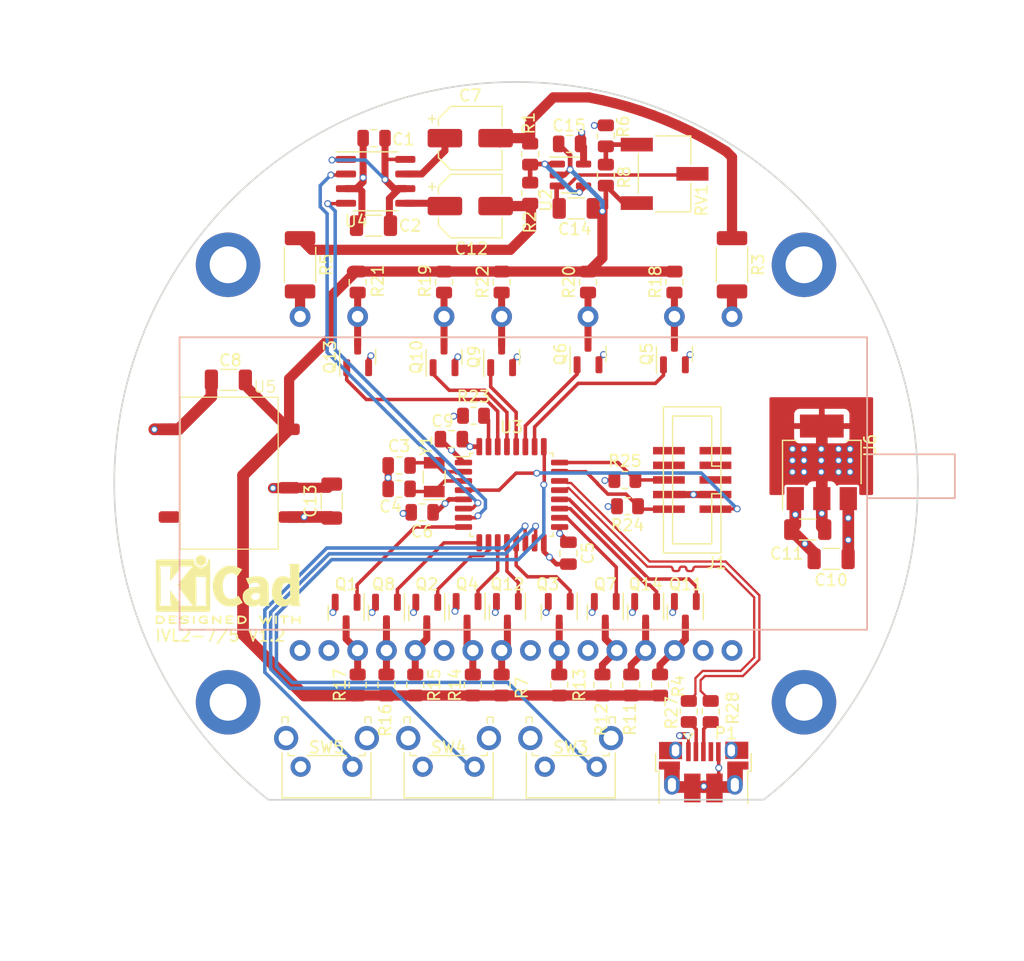
<source format=kicad_pcb>
(kicad_pcb (version 20221018) (generator pcbnew)
  (layers (0 "F.Cu" signal) (1 "In1.Cu" signal) (2 "In2.Cu" signal) (31 "B.Cu" signal) (34 "B.Paste" user) (35 "F.Paste" user) (36 "B.SilkS" user "B.Silkscreen") (37 "F.SilkS" user "F.Silkscreen") (38 "B.Mask" user) (39 "F.Mask" user) (44 "Edge.Cuts" user))
  (net 0 "")
  (net 1 "GND")
  (net 2 "+5V")
  (net 3 "-24V")
  (net 4 "/GATE_4")
  (net 5 "/GATE_3")
  (net 6 "/GATE_2")
  (net 7 "/GATE_1")
  (net 10 "/SEG_A")
  (net 11 "/SEG_F")
  (net 12 "/SEG_B")
  (net 14 "/SEG_D")
  (net 16 "/SEG_C")
  (net 18 "/SEG_E")
  (net 19 "/SEG_G")
  (net 22 "/LL_SEG_A")
  (net 23 "/LL_SEG_B")
  (net 24 "/LL_SEG_C")
  (net 25 "/LL_SEG_D")
  (net 26 "/LL_SEG_E")
  (net 27 "/LL_SEG_F")
  (net 28 "/LL_SEG_DP1")
  (net 29 "/SEG_DP1")
  (net 30 "/LL_SEG_DP2")
  (net 31 "/SEG_DP2")
  (net 32 "/LL_GATE_1")
  (net 33 "/LL_GATE_2")
  (net 34 "/LL_GATE_3")
  (net 35 "/LL_GATE_4")
  (net 36 "/LL_GATE_5")
  (net 37 "/GATE_5")
  (net 38 "Net-(U3-PC14)")
  (net 39 "Net-(U3-PC15)")
  (net 40 "ARM_NRST")
  (net 41 "ARM_SWDIO")
  (net 43 "ARM_SWCLK")
  (net 48 "Net-(P1-D-)")
  (net 49 "Net-(P1-D+)")
  (net 51 "Net-(U3-BOOT0)")
  (net 52 "+3V3")
  (net 53 "USB_D-")
  (net 54 "USB_D+")
  (net 55 "/LL_SEG_G")
  (net 56 "FIL2")
  (net 57 "FIL1")
  (net 58 "FILDRV1")
  (net 59 "FILDRV2")
  (net 60 "SW2")
  (net 61 "SW1")
  (net 62 "Net-(U4-OUTA)")
  (net 63 "Net-(U4-OUTB)")
  (net 64 "Net-(C12-Pad2)")
  (net 65 "SW3")
  (net 66 "Net-(C7-Pad2)")
  (net 67 "Net-(U2-+)")
  (net 68 "Net-(U2--)")
  (net 69 "Net-(R6-Pad1)")
  (footprint "Capacitor_SMD:C_0805_2012Metric" (layer "F.Cu") (at 176.675 41 180)
    (fp_text reference "C1")
    (fp_text value "100n")
  )
  (footprint "Resistor_SMD:R_0805_2012Metric" (layer "F.Cu") (at 204 90.8 -90)
    (fp_text reference "R27")
    (fp_text value "22")
  )
  (footprint "Resistor_SMD:R_0805_2012Metric" (layer "F.Cu") (at 175.25 53.5 90)
    (fp_text reference "R21")
    (fp_text value "47k")
  )
  (footprint "Capacitor_SMD:CP_Elec_5x5.4" (layer "F.Cu") (at 185.025 41)
    (fp_text reference "C7")
    (fp_text value "10µ/50V")
  )
  (footprint "Resistor_SMD:R_0805_2012Metric" (layer "F.Cu") (at 190.225 42.3875 90)
    (fp_text reference "R1")
    (fp_text value "1k")
  )
  (footprint "myfootprints:PinHeader_IDC_2x05_P1.27mm_Vertical_SMD" (layer "F.Cu") (at 204.2922 70.6882 180)
    (fp_text reference "J1")
    (fp_text value "SWD")
  )
  (footprint "Button_Switch_THT:SW_Tactile_SPST_Angled_PTS645Vx83-2LFS" (layer "F.Cu") (at 196 95.6 180)
    (fp_text reference "SW3")
    (fp_text value "SW_SPST")
  )
  (footprint "Package_TO_SOT_SMD:SOT-23" (layer "F.Cu") (at 192.75 82.1875 -90)
    (fp_text reference "Q3")
    (fp_text value "BSS84")
  )
  (footprint "Package_TO_SOT_SMD:SOT-23" (layer "F.Cu") (at 203.7 82.1875 -90)
    (fp_text reference "Q11")
    (fp_text value "BSS84")
  )
  (footprint "Package_TO_SOT_SMD:SOT-23" (layer "F.Cu") (at 175.25 60 90)
    (fp_text reference "Q13")
    (fp_text value "BSS84")
  )
  (footprint "Capacitor_SMD:C_0805_2012Metric" (layer "F.Cu") (at 180.85 73.5 180)
    (fp_text reference "C6")
    (fp_text value "100n")
  )
  (footprint "Crystal:Crystal_SMD_EuroQuartz_EQ161-2Pin_3.2x1.5mm" (layer "F.Cu") (at 181.898 70.446 90)
    (fp_text reference "Y1")
    (fp_text value "Crystal")
  )
  (footprint "Resistor_SMD:R_0805_2012Metric" (layer "F.Cu") (at 201.5 88.5 -90)
    (fp_text reference "R4")
    (fp_text value "47k")
  )
  (footprint "Capacitor_SMD:C_1206_3216Metric" (layer "F.Cu") (at 176.625 48.6)
    (fp_text reference "C2")
    (fp_text value "10µF/50V")
  )
  (footprint "MountingHole:MountingHole_3.2mm_M3_DIN965_Pad" (layer "F.Cu") (at 164 52)
    (fp_text reference "REF**" hide)
    (fp_text value "MountingHole_3.2mm_M3_DIN965_Pad")
  )
  (footprint "Package_TO_SOT_SMD:SOT-23" (layer "F.Cu") (at 188.25 82.1875 -90)
    (fp_text reference "Q12")
    (fp_text value "BSS84")
  )
  (footprint "Capacitor_SMD:C_0805_2012Metric" (layer "F.Cu") (at 183.388 67.144)
    (fp_text reference "C9")
    (fp_text value "100n")
  )
  (footprint "MountingHole:MountingHole_3.2mm_M3_DIN965_Pad" (layer "F.Cu") (at 214 90)
    (fp_text reference "REF**" hide)
    (fp_text value "MountingHole_3.2mm_M3_DIN965_Pad")
  )
  (footprint "Package_TO_SOT_SMD:SOT-23-5" (layer "F.Cu") (at 193.725 44.2)
    (fp_text reference "U2")
    (fp_text value "TLV9301xDBV")
  )
  (footprint "myfootprints:IES0105S24-dcdc" (layer "F.Cu") (at 164.1 70.1 90)
    (fp_text reference "U5")
    (fp_text value "IES0105S24" hide)
  )
  (footprint "Package_TO_SOT_SMD:SOT-223-3_TabPin2" (layer "F.Cu") (at 215.546 69.158 90)
    (fp_text reference "U6")
    (fp_text value "LM1117MP-3.3")
  )
  (footprint "Resistor_SMD:R_0805_2012Metric" (layer "F.Cu") (at 187.75 53.5 90)
    (fp_text reference "R22")
    (fp_text value "47k")
  )
  (footprint "Package_SO:SO-8_3.9x4.9mm_P1.27mm" (layer "F.Cu") (at 176.8125 44.75)
    (fp_text reference "U4")
    (fp_text value "2EDN7524F")
  )
  (footprint "Resistor_SMD:R_2010_5025Metric" (layer "F.Cu") (at 207.75 52 -90)
    (fp_text reference "R3")
    (fp_text value "15R")
  )
  (footprint "Resistor_SMD:R_0805_2012Metric" (layer "F.Cu") (at 180.25 88.5 -90)
    (fp_text reference "R15")
    (fp_text value "47k")
  )
  (footprint "Resistor_SMD:R_0805_2012Metric" (layer "F.Cu") (at 190.225 45.775 90)
    (fp_text reference "R2")
    (fp_text value "1k")
  )
  (footprint "Resistor_SMD:R_0805_2012Metric" (layer "F.Cu") (at 185.25 88.5 -90)
    (fp_text reference "R14")
    (fp_text value "47k")
  )
  (footprint "Button_Switch_THT:SW_Tactile_SPST_Angled_PTS645Vx83-2LFS" (layer "F.Cu") (at 174.8 95.6 180)
    (fp_text reference "SW5")
    (fp_text value "SW_SPST")
  )
  (footprint "Package_TO_SOT_SMD:SOT-23" (layer "F.Cu") (at 196.75 82.1875 -90)
    (fp_text reference "Q7")
    (fp_text value "BSS84")
  )
  (footprint "Package_TO_SOT_SMD:SOT-23" (layer "F.Cu") (at 177.75 82.25 -90)
    (fp_text reference "Q8")
    (fp_text value "BSS84")
  )
  (footprint "Connector_USB:USB_Micro-B_Amphenol_10103594-0001LF_Horizontal" (layer "F.Cu") (at 205.29 96.06)
    (fp_text reference "P1")
    (fp_text value "MYUSB_B")
  )
  (footprint "Symbol:KiCad-Logo2_5mm_SilkScreen" (layer "F.Cu") (at 164 80.2)
    (fp_text reference "REF**" hide)
    (fp_text value "KiCad-Logo2_5mm_SilkScreen" hide)
  )
  (footprint "Resistor_SMD:R_0805_2012Metric" (layer "F.Cu") (at 198.6807 72.9742 180)
    (fp_text reference "R24")
    (fp_text value "10k")
  )
  (footprint "Capacitor_SMD:C_0805_2012Metric" (layer "F.Cu") (at 193.548 77.05 -90)
    (fp_text reference "C5")
    (fp_text value "100n")
  )
  (footprint "Package_TO_SOT_SMD:SOT-23" (layer "F.Cu") (at 181.25 82.25 -90)
    (fp_text reference "Q2")
    (fp_text value "BSS84")
  )
  (footprint "Resistor_SMD:R_0805_2012Metric" (layer "F.Cu") (at 199 88.5 -90)
    (fp_text reference "R11")
    (fp_text value "47k")
  )
  (footprint "Resistor_SMD:R_0805_2012Metric" (layer "F.Cu") (at 195.25 53.5 90)
    (fp_text reference "R20")
    (fp_text value "47k")
  )
  (footprint "Capacitor_SMD:C_1206_3216Metric" (layer "F.Cu") (at 173 72.525 90)
    (fp_text reference "C13")
    (fp_text value "10µF/50V")
  )
  (footprint "Resistor_SMD:R_0805_2012Metric" (layer "F.Cu") (at 185.309 65.112)
    (fp_text reference "R23")
    (fp_text value "100k")
  )
  (footprint "Capacitor_SMD:CP_Elec_5x5.4" (layer "F.Cu") (at 185.025 46.9)
    (fp_text reference "C12")
    (fp_text value "10µ/50V")
  )
  (footprint "Resistor_SMD:R_0805_2012Metric" (layer "F.Cu") (at 175.25 88.5 -90)
    (fp_text reference "R17")
    (fp_text value "47k")
  )
  (footprint "Resistor_SMD:R_0805_2012Metric" (layer "F.Cu") (at 192.75 88.5 -90)
    (fp_text reference "R13")
    (fp_text value "47k")
  )
  (footprint "Capacitor_SMD:C_0805_2012Metric" (layer "F.Cu") (at 178.85 71.462)
    (fp_text reference "C4")
    (fp_text value "6pF")
  )
  (footprint "Capacitor_SMD:C_1206_3216Metric" (layer "F.Cu") (at 164.025 62 180)
    (fp_text reference "C8")
    (fp_text value "10µF/50V")
  )
  (footprint "Resistor_SMD:R_0805_2012Metric" (layer "F.Cu") (at 196.8 44.2125 90)
    (fp_text reference "R8")
    (fp_text value "x")
  )
  (footprint "Capacitor_SMD:C_0805_2012Metric" (layer "F.Cu") (at 193.65 41.5 180)
    (fp_text reference "C15")
    (fp_text value "100n")
  )
  (footprint "Resistor_SMD:R_2010_5025Metric" (layer "F.Cu") (at 170.25 52 -90)
    (fp_text reference "R5")
    (fp_text value "15R")
  )
  (footprint "Package_TO_SOT_SMD:SOT-23" (layer "F.Cu") (at 202.75 59.75 90)
    (fp_text reference "Q5")
    (fp_text value "BSS84")
  )
  (footprint "Resistor_SMD:R_0805_2012Metric" (layer "F.Cu") (at 205.9 90.8 -90)
    (fp_text reference "R28")
    (fp_text value "22")
  )
  (footprint "Resistor_SMD:R_0805_2012Metric" (layer "F.Cu") (at 187.75 88.5 -90)
    (fp_text reference "R7")
    (fp_text value "47k")
  )
  (footprint "Resistor_SMD:R_0805_2012Metric" (layer "F.Cu") (at 198.4502 70.6882)
    (fp_text reference "R25")
    (fp_text value "10k")
  )
  (footprint "Package_TO_SOT_SMD:SOT-23" (layer "F.Cu") (at 184.75 82.1875 -90)
    (fp_text reference "Q4")
    (fp_text value "BSS84")
  )
  (footprint "Package_QFP:LQFP-32_7x7mm_P0.8mm" (layer "F.Cu") (at 188.611 71.976)
    (fp_text reference "U3")
    (fp_text value "STM32L052K6Tx")
  )
  (footprint "Capacitor_SMD:C_0805_2012Metric" (layer "F.Cu") (at 178.85 69.43)
    (fp_text reference "C3")
    (fp_text value "6pF")
  )
  (footprint "Package_TO_SOT_SMD:SOT-23" (layer "F.Cu") (at 200.25 82.1875 -90)
    (fp_text reference "Q14")
    (fp_text value "BSS84")
  )
  (footprint "Resistor_SMD:R_0805_2012Metric" (layer "F.Cu") (at 196.5 88.5 -90)
    (fp_text reference "R12")
    (fp_text value "47k")
  )
  (footprint "Resistor_SMD:R_0805_2012Metric" (layer "F.Cu") (at 182.75 53.5 90)
    (fp_text reference "R19")
    (fp_text value "47k")
  )
  (footprint "Button_Switch_THT:SW_Tactile_SPST_Angled_PTS645Vx83-2LFS" (layer "F.Cu") (at 185.4 95.6 180)
    (fp_text reference "SW4")
    (fp_text value "SW_SPST")
  )
  (footprint "MountingHole:MountingHole_3.2mm_M3_DIN965_Pad" (layer "F.Cu") (at 214 52)
    (fp_text reference "REF**" hide)
    (fp_text value "MountingHole_3.2mm_M3_DIN965_Pad")
  )
  (footprint "Package_TO_SOT_SMD:SOT-23" (layer "F.Cu") (at 174.25 82.25 -90)
    (fp_text reference "Q1")
    (fp_text value "BSS84")
  )
  (footprint "Package_TO_SOT_SMD:SOT-23" (layer "F.Cu") (at 195.25 59.75 90)
    (fp_text reference "Q6")
    (fp_text value "BSS84")
  )
  (footprint "Package_TO_SOT_SMD:SOT-23" (layer "F.Cu") (at 182.75 60 90)
    (fp_text reference "Q10")
    (fp_text value "BSS84")
  )
  (footprint "Resistor_SMD:R_0805_2012Metric" (layer "F.Cu") (at 196.8 40.8 90)
    (fp_text reference "R6")
    (fp_text value "36k")
  )
  (footprint "Package_TO_SOT_SMD:SOT-23" (layer "F.Cu") (at 187.75 60 90)
    (fp_text reference "Q9")
    (fp_text value "BSS84")
  )
  (footprint "Resistor_SMD:R_0805_2012Metric" (layer "F.Cu") (at 177.75 88.5 -90)
    (fp_text reference "R16")
    (fp_text value "47k")
  )
  (footprint "Potentiometer_SMD:Potentiometer_Bourns_3269W_Vertical" (layer "F.Cu") (at 201.9 44.1 90)
    (fp_text reference "RV1")
    (fp_text value "10k")
  )
  (footprint "Capacitor_SMD:C_1206_3216Metric" (layer "F.Cu") (at 216.357 77.54 180)
    (fp_text reference "C10")
    (fp_text value "10µF/50V")
  )
  (footprint "Capacitor_SMD:C_1206_3216Metric" (layer "F.Cu") (at 214.325 75 180)
    (fp_text reference "C11")
    (fp_text value "10µF/50V")
  )
  (footprint "Resistor_SMD:R_0805_2012Metric" (layer "F.Cu") (at 202.75 53.5 90)
    (fp_text reference "R18")
    (fp_text value "47k")
  )
  (footprint "Capacitor_SMD:C_1206_3216Metric" (layer "F.Cu") (at 194.225 47.1)
    (fp_text reference "C14")
    (fp_text value "1µ/50V")
  )
  (footprint "MountingHole:MountingHole_3.2mm_M3_DIN965_Pad" (layer "F.Cu") (at 164 90)
    (fp_text reference "REF**" hide)
    (fp_text value "MountingHole_3.2mm_M3_DIN965_Pad")
  )
  (footprint "myfootprints:ILV2-5_7" (layer "B.Cu") (at 189 71 180)
    (fp_text reference "U1" hide)
    (fp_text value "IVL2-7_5" hide)
  )
  (gr_arc locked (start 167.509629 98.471211) (mid 188.992421 36.12159) (end 210.502311 98.461866) (stroke (width 0.15)) (layer "Edge.Cuts"))
  (gr_line (start 210.502311 98.461866) (end 167.509629 98.471211) (stroke (width 0.15)) (layer "Edge.Cuts"))
  (gr_text "IVL2-7/5 V1.2" (at 157.6 84.8) (layer "F.SilkS") (effects (font (size 1 1)) (justify left bottom)))
  (segment (start 214.882 77.54) (end 214.882 77.032) (width 1.016) (layer "F.Cu") (net 1))
  (segment (start 185.811 67.801) (end 184.995 67.801) (width 0.4064) (layer "F.Cu") (net 1))
  (segment (start 207.54 97.36) (end 206.44 97.36) (width 1.016) (layer "F.Cu") (net 1))
  (segment (start 206.59 95.71) (end 206.59 97.21) (width 0.3048) (layer "F.Cu") (net 1))
  (segment (start 203 97.3) (end 202.94 97.36) (width 1.016) (layer "F.Cu") (net 1))
  (segment (start 213.246 72.308) (end 213.246 74.604) (width 1.016) (layer "F.Cu") (net 1))
  (segment (start 205.36 97.36) (end 205.3 97.3) (width 1.016) (layer "F.Cu") (net 1))
  (segment (start 184.3965 65.112) (end 183.632272 65.112) (width 0.3048) (layer "F.Cu") (net 1))
  (segment (start 172.9 73.9) (end 173 74) (width 1.016) (layer "F.Cu") (net 1))
  (segment (start 175.725 44.8) (end 175.725 44.428527) (width 0.6096) (layer "F.Cu") (net 1))
  (segment (start 207.6 97.3) (end 207.54 97.36) (width 1.016) (layer "F.Cu") (net 1))
  (segment (start 157.61 66.29) (end 157.6 66.3) (width 1.016) (layer "F.Cu") (net 1))
  (segment (start 194.8625 41.7625) (end 194.6 41.5) (width 0.6096) (layer "F.Cu") (net 1))
  (segment (start 179.9 73.5) (end 179.3 73.5) (width 0.4064) (layer "F.Cu") (net 1))
  (segment (start 206.44 97.36) (end 205.36 97.36) (width 1.016) (layer "F.Cu") (net 1))
  (segment (start 206.6 95.7) (end 206.59 95.71) (width 0.3048) (layer "F.Cu") (net 1))
  (segment (start 194.6 41.5) (end 194.7 41.4) (width 0.6096) (layer "F.Cu") (net 1))
  (segment (start 195.8125 39.8875) (end 195.8 39.9) (width 0.4064) (layer "F.Cu") (net 1))
  (segment (start 175.725 41) (end 175.725 44.428527) (width 0.6096) (layer "F.Cu") (net 1))
  (segment (start 184.995 67.801) (end 184.338 67.144) (width 0.4064) (layer "F.Cu") (net 1))
  (segment (start 177.9 70.5) (end 177.9 71.462) (width 0.6096) (layer "F.Cu") (net 1))
  (segment (start 179.3 73.5) (end 179.2 73.6) (width 0.4064) (layer "F.Cu") (net 1))
  (segment (start 207.66 97.36) (end 207.6 97.3) (width 1.016) (layer "F.Cu") (net 1))
  (segment (start 169.3 73.91) (end 170.59 73.91) (width 1.016) (layer "F.Cu") (net 1))
  (segment (start 175.6173 48.1327) (end 175.15 48.6) (width 0.6096) (layer "F.Cu") (net 1))
  (segment (start 206.59 94.51) (end 206.59 95.69) (width 0.3048) (layer "F.Cu") (net 1))
  (segment (start 196.8 39.8875) (end 195.8125 39.8875) (width 0.4064) (layer "F.Cu") (net 1))
  (segment (start 205.3 97.3) (end 205.24 97.36) (width 1.016) (layer "F.Cu") (net 1))
  (segment (start 191.411 76.151) (end 191.411 76.911) (width 0.4064) (layer "F.Cu") (net 1))
  (segment (start 175.385 45.385) (end 175.6173 45.6173) (width 0.6096) (layer "F.Cu") (net 1))
  (segment (start 158.9 66.29) (end 159.71 66.29) (width 1.016) (layer "F.Cu") (net 1))
  (segment (start 175.14 45.385) (end 175.385 45.385) (width 0.6096) (layer "F.Cu") (net 1))
  (segment (start 206.3122 71.9582) (end 202.2722 71.9582) (width 0.6096) (layer "F.Cu") (net 1))
  (segment (start 194.7 41.4) (end 194.7 40.499992) (width 0.6096) (layer "F.Cu") (net 1))
  (segment (start 196.767541 70.6882) (end 196.717058 70.738683) (width 0.3048) (layer "F.Cu") (net 1))
  (segment (start 162.55 63.45) (end 162.55 62) (width 1.016) (layer "F.Cu") (net 1))
  (segment (start 213.246 74.604) (end 212.85 75) (width 1.016) (layer "F.Cu") (net 1))
  (segment (start 214.882 77.032) (end 212.85 75) (width 1.016) (layer "F.Cu") (net 1))
  (segment (start 205.24 97.36) (end 204.14 97.36) (width 1.016) (layer "F.Cu") (net 1))
  (segment (start 175.6173 45.6173) (end 175.6173 48.1327) (width 0.6096) (layer "F.Cu") (net 1))
  (segment (start 204.14 97.36) (end 203.06 97.36) (width 1.016) (layer "F.Cu") (net 1))
  (segment (start 206.59 95.69) (end 206.6 95.7) (width 0.3048) (layer "F.Cu") (net 1))
  (segment (start 197.5377 70.6882) (end 196.767541 70.6882) (width 0.3048) (layer "F.Cu") (net 1))
  (segment (start 191.411 76.911) (end 192.5 78) (width 0.4064) (layer "F.Cu") (net 1))
  (segment (start 206.59 97.21) (end 206.44 97.36) (width 0.3048) (layer "F.Cu") (net 1))
  (segment (start 192.5 78) (end 193.548 78) (width 0.4064) (layer "F.Cu") (net 1))
  (segment (start 194.8625 43.25) (end 194.8625 41.7625) (width 0.6096) (layer "F.Cu") (net 1))
  (segment (start 177.9 69.43) (end 177.9 70.5) (width 0.6096) (layer "F.Cu") (net 1))
  (segment (start 175.14 45.385) (end 175.725 44.8) (width 0.6096) (layer "F.Cu") (net 1))
  (segment (start 174.2375 45.385) (end 175.14 45.385) (width 0.6096) (layer "F.Cu") (net 1))
  (segment (start 183.632272 65.112) (end 183.5976 65.146672) (width 0.3048) (layer "F.Cu") (net 1))
  (segment (start 159.71 66.29) (end 162.55 63.45) (width 1.016) (layer "F.Cu") (net 1))
  (segment (start 158.9 66.29) (end 157.61 66.29) (width 1.016) (layer "F.Cu") (net 1))
  (segment (start 170.6 73.9) (end 172.9 73.9) (width 1.016) (layer "F.Cu") (net 1))
  (segment (start 170.59 73.91) (end 170.6 73.9) (width 1.016) (layer "F.Cu") (net 1))
  (segment (start 203.06 97.36) (end 203 97.3) (width 1.016) (layer "F.Cu") (net 1))
  (via (at 214.075 76.225) (size 0.6) (drill 0.4) (layers "F.Cu" "B.Cu") (net 1))
  (via (at 191.9 77.4) (size 0.6) (drill 0.4) (layers "F.Cu" "B.Cu") (net 1))
  (via (at 194.7 40.499992) (size 0.6) (drill 0.4) (layers "F.Cu" "B.Cu") (net 1))
  (via (at 170.6 73.9) (size 0.6) (drill 0.4) (layers "F.Cu" "B.Cu") (net 1))
  (via (at 183.5976 65.146672) (size 0.6) (drill 0.4) (layers "F.Cu" "B.Cu") (net 1))
  (via (at 184.995 67.801) (size 0.6) (drill 0.4) (layers "F.Cu" "B.Cu") (net 1))
  (via (at 206.6 95.7) (size 0.6) (drill 0.4) (layers "F.Cu" "B.Cu") (net 1))
  (via (at 179.2 73.6) (size 0.6) (drill 0.4) (layers "F.Cu" "B.Cu") (net 1))
  (via (at 157.6 66.3) (size 0.6) (drill 0.4) (layers "F.Cu" "B.Cu") (net 1))
  (via (at 205.3 97.3) (size 0.6) (drill 0.4) (layers "F.Cu" "B.Cu") (net 1))
  (via (at 175.725 44.428527) (size 0.6) (drill 0.4) (layers "F.Cu" "B.Cu") (net 1))
  (via (at 195.8 39.9) (size 0.6) (drill 0.4) (layers "F.Cu" "B.Cu") (net 1))
  (via (at 204.4 71.9582) (size 0.6) (drill 0.4) (layers "F.Cu" "B.Cu") (net 1))
  (via (at 196.717058 70.738683) (size 0.6) (drill 0.4) (layers "F.Cu" "B.Cu") (net 1))
  (via (at 177.9 70.5) (size 0.6) (drill 0.4) (layers "F.Cu" "B.Cu") (net 1))
  (via (at 213.246 73.7) (size 0.6) (drill 0.4) (layers "F.Cu" "B.Cu") (net 1))
  (segment (start 178.409988 45.385) (end 177.625 44.600012) (width 0.6096) (layer "F.Cu") (net 2))
  (segment (start 177.78 42.845) (end 177.625 43) (width 0.3048) (layer "F.Cu") (net 2))
  (segment (start 173.08 42.845) (end 173.025 42.9) (width 0.3048) (layer "F.Cu") (net 2))
  (segment (start 178.0077 48.5077) (end 178.1 48.6) (width 0.6096) (layer "F.Cu") (net 2))
  (segment (start 169.27 71.4) (end 167.899996 71.4) (width 0.889) (layer "F.Cu") (net 2))
  (segment (start 217.846 72.308) (end 217.846 77.526) (width 1.016) (layer "F.Cu") (net 2))
  (segment (start 172.68 71.37) (end 173 71.05) (width 0.889) (layer "F.Cu") (net 2))
  (segment (start 179.3875 42.845) (end 177.78 42.845) (width 0.3048) (layer "F.Cu") (net 2))
  (segment (start 179.3875 45.385) (end 178.856473 45.385) (width 0.6096) (layer "F.Cu") (net 2))
  (segment (start 177.625 43) (end 177.625 41) (width 0.6096) (layer "F.Cu") (net 2))
  (segment (start 178.856473 45.385) (end 178.0077 46.233773) (width 0.6096) (layer "F.Cu") (net 2))
  (segment (start 178.0077 46.233773) (end 178.0077 48.5077) (width 0.6096) (layer "F.Cu") (net 2))
  (segment (start 169.3 71.37) (end 169.27 71.4) (width 0.889) (layer "F.Cu") (net 2))
  (segment (start 217.846 77.526) (end 217.832 77.54) (width 1.016) (layer "F.Cu") (net 2))
  (segment (start 169.3 71.37) (end 172.68 71.37) (width 0.889) (layer "F.Cu") (net 2))
  (segment (start 177.625 43) (end 177.625 44.600012) (width 0.6096) (layer "F.Cu") (net 2))
  (segment (start 203.9 92.9) (end 203.2 92.9) (width 0.6096) (layer "F.Cu") (net 2))
  (segment (start 203.965 92.965) (end 203.9 92.9) (width 0.25) (layer "F.Cu") (net 2))
  (segment (start 179.3875 45.385) (end 178.409988 45.385) (width 0.6096) (layer "F.Cu") (net 2))
  (segment (start 174.2375 42.845) (end 173.08 42.845) (width 0.3048) (layer "F.Cu") (net 2))
  (segment (start 203.965 94.295) (end 203.965 92.965) (width 0.25) (layer "F.Cu") (net 2))
  (via (at 177.625 44.600012) (size 0.6) (drill 0.4) (layers "F.Cu" "B.Cu") (net 2))
  (via (at 203.9 92.9) (size 0.6) (drill 0.4) (layers "F.Cu" "B.Cu") (net 2))
  (via (at 173.025 42.9) (size 0.6) (drill 0.4) (layers "F.Cu" "B.Cu") (net 2))
  (via (at 167.899996 71.4) (size 0.6) (drill 0.4) (layers "F.Cu" "B.Cu") (net 2))
  (via (at 217.846 74) (size 0.6) (drill 0.4) (layers "F.Cu" "B.Cu") (net 2))
  (via (at 203.2 92.9) (size 0.6) (drill 0.4) (layers "F.Cu" "B.Cu") (net 2))
  (via (at 217.846 75.9) (size 0.6) (drill 0.4) (layers "F.Cu" "B.Cu") (net 2))
  (segment (start 173.025 42.9) (end 175.924988 42.9) (width 0.3048) (layer "B.Cu") (net 2))
  (segment (start 175.924988 42.9) (end 177.625 44.600012) (width 0.3048) (layer "B.Cu") (net 2))
  (segment (start 195.94 47.34) (end 195.7 47.1) (width 0.4064) (layer "F.Cu") (net 3))
  (segment (start 175.25 52.5875) (end 182.75 52.5875) (width 0.889) (layer "F.Cu") (net 3))
  (segment (start 177.75 89.4125) (end 175.25 89.4125) (width 0.889) (layer "F.Cu") (net 3))
  (segment (start 201.5 89.4125) (end 199 89.4125) (width 0.889) (layer "F.Cu") (net 3))
  (segment (start 198.315 46.64) (end 196.8 45.125) (width 0.4064) (layer "F.Cu") (net 3))
  (segment (start 187.75 89.4125) (end 185.25 89.4125) (width 0.889) (layer "F.Cu") (net 3))
  (segment (start 193.6968 43.729143) (end 193.6968 42.4968) (width 0.4064) (layer "F.Cu") (net 3))
  (segment (start 185.25 89.4125) (end 180.25 89.4125) (width 0.889) (layer "F.Cu") (net 3))
  (segment (start 192.75 89.4125) (end 187.75 89.4125) (width 0.889) (layer "F.Cu") (net 3))
  (segment (start 169.3 61.9) (end 169.3 66.29) (width 0.889) (layer "F.Cu") (net 3))
  (segment (start 196.8 45.125) (end 196.8 47.04) (width 0.4064) (layer "F.Cu") (net 3))
  (segment (start 195.25 52.5875) (end 202.75 52.5875) (width 0.889) (layer "F.Cu") (net 3))
  (segment (start 193.225943 44.2) (end 193.6968 43.729143) (width 0.4064) (layer "F.Cu") (net 3))
  (segment (start 165.5 62) (end 165.5 62.49) (width 0.889) (layer "F.Cu") (net 3))
  (segment (start 172.9 54.784986) (end 172.9 58.3) (width 0.889) (layer "F.Cu") (net 3))
  (segment (start 199 89.4125) (end 196.5 89.4125) (width 0.889) (layer "F.Cu") (net 3))
  (segment (start 202.7 52.5375) (end 202.75 52.5875) (width 0.889) (layer "F.Cu") (net 3))
  (segment (start 165.3 70.29) (end 169.3 66.29) (width 1.016) (layer "F.Cu") (net 3))
  (segment (start 165.3 84.1) (end 165.3 70.29) (width 1.016) (layer "F.Cu") (net 3))
  (segment (start 196.5 47.34) (end 195.94 47.34) (width 0.4064) (layer "F.Cu") (net 3))
  (segment (start 180.25 89.4125) (end 177.75 89.4125) (width 0.889) (layer "F.Cu") (net 3))
  (segment (start 175.25 89.4125) (end 170.6125 89.4125) (width 1.016) (layer "F.Cu") (net 3))
  (segment (start 187.75 52.5875) (end 195.25 52.5875) (width 0.889) (layer "F.Cu") (net 3))
  (segment (start 192.5875 44.2) (end 193.225943 44.2) (width 0.4064) (layer "F.Cu") (net 3))
  (segment (start 195.3125 52.5875) (end 196.5 51.4) (width 0.889) (layer "F.Cu") (net 3))
  (segment (start 195.25 52.5875) (end 195.3125 52.5875) (width 0.889) (layer "F.Cu") (net 3))
  (segment (start 175.097486 52.5875) (end 172.9 54.784986) (width 0.889) (layer "F.Cu") (net 3))
  (segment (start 182.75 52.5875) (end 187.75 52.5875) (width 0.889) (layer "F.Cu") (net 3))
  (segment (start 170.6125 89.4125) (end 165.3 84.1) (width 1.016) (layer "F.Cu") (net 3))
  (segment (start 172.9 58.3) (end 169.3 61.9) (width 0.889) (layer "F.Cu") (net 3))
  (segment (start 165.5 62.49) (end 169.3 66.29) (width 0.889) (layer "F.Cu") (net 3))
  (segment (start 174.8125 52.5875) (end 175.25 52.5875) (width 1.016) (layer "F.Cu") (net 3))
  (segment (start 199.485 46.64) (end 198.315 46.64) (width 0.4064) (layer "F.Cu") (net 3))
  (segment (start 202.8 52.5375) (end 202.75 52.5875) (width 0.889) (layer "F.Cu") (net 3))
  (segment (start 196.8 47.04) (end 196.5 47.34) (width 0.4064) (layer "F.Cu") (net 3))
  (segment (start 175.25 52.5875) (end 175.097486 52.5875) (width 0.889) (layer "F.Cu") (net 3))
  (segment (start 196.5 89.4125) (end 192.75 89.4125) (width 0.889) (layer "F.Cu") (net 3))
  (segment (start 193.6968 42.4968) (end 192.7 41.5) (width 0.4064) (layer "F.Cu") (net 3))
  (segment (start 196.5 51.4) (end 196.5 47.34) (width 0.889) (layer "F.Cu") (net 3))
  (via (at 193.6968 43.729143) (size 0.6) (drill 0.4) (layers "F.Cu" "B.Cu") (net 3))
  (via (at 196.5 47.34) (size 0.6) (drill 0.4) (layers "F.Cu" "B.Cu") (net 3))
  (segment (start 193.729143 43.729143) (end 196.5 46.5) (width 0.4064) (layer "B.Cu") (net 3))
  (segment (start 193.6968 43.729143) (end 193.729143 43.729143) (width 0.4064) (layer "B.Cu") (net 3))
  (segment (start 196.5 46.5) (end 196.5 47.34) (width 0.4064) (layer "B.Cu") (net 3))
  (segment (start 182.75 54.4125) (end 182.75 56.5) (width 0.6096) (layer "F.Cu") (net 4))
  (segment (start 182.75 59.0625) (end 182.75 56.5) (width 0.6096) (layer "F.Cu") (net 4))
  (segment (start 187.75 54.4125) (end 187.75 56.5) (width 0.6096) (layer "F.Cu") (net 5))
  (segment (start 187.75 59.0625) (end 187.75 56.5) (width 0.6096) (layer "F.Cu") (net 5))
  (segment (start 195.25 58.8125) (end 195.25 56.5) (width 0.6096) (layer "F.Cu") (net 6))
  (segment (start 195.25 54.4125) (end 195.25 56.5) (width 0.6096) (layer "F.Cu") (net 6))
  (segment (start 202.75 54.4125) (end 202.75 56.5) (width 0.6096) (layer "F.Cu") (net 7))
  (segment (start 202.75 58.8125) (end 202.75 56.5) (width 0.6096) (layer "F.Cu") (net 7))
  (segment (start 175.25 87.5875) (end 175.25 85.5) (width 0.6096) (layer "F.Cu") (net 10))
  (segment (start 174.25 84.5) (end 175.25 85.5) (width 0.6096) (layer "F.Cu") (net 10))
  (segment (start 174.25 83.1875) (end 174.25 84.5) (width 0.6096) (layer "F.Cu") (net 10))
  (segment (start 177.75 83.1875) (end 177.75 85.5) (width 0.6096) (layer "F.Cu") (net 11))
  (segment (start 177.75 87.5875) (end 177.75 85.5) (width 0.6096) (layer "F.Cu") (net 11))
  (segment (start 181.25 83.1875) (end 181.25 84.5) (width 0.6096) (layer "F.Cu") (net 12))
  (segment (start 180.25 87.5875) (end 180.25 85.5) (width 0.6096) (layer "F.Cu") (net 12))
  (segment (start 181.25 84.5) (end 180.25 85.5) (width 0.6096) (layer "F.Cu") (net 12))
  (segment (start 185.25 87.5875) (end 185.25 85.5) (width 0.6096) (layer "F.Cu") (net 14))
  (segment (start 184.75 85) (end 185.25 85.5) (width 0.6096) (layer "F.Cu") (net 14))
  (segment (start 184.75 83.125) (end 184.75 85) (width 0.6096) (layer "F.Cu") (net 14))
  (segment (start 192.75 83.125) (end 192.75 85.5) (width 0.6096) (layer "F.Cu") (net 16))
  (segment (start 192.75 87.5875) (end 192.75 85.5) (width 0.6096) (layer "F.Cu") (net 16))
  (segment (start 196.75 83.125) (end 196.75 84.5) (width 0.6096) (layer "F.Cu") (net 18))
  (segment (start 196.75 84.5) (end 197.75 85.5) (width 0.6096) (layer "F.Cu") (net 18))
  (segment (start 196.5 86.75) (end 197.75 85.5) (width 0.6096) (layer "F.Cu") (net 18))
  (segment (start 196.5 87.5875) (end 196.5 86.75) (width 0.6096) (layer "F.Cu") (net 18))
  (segment (start 199 86.75) (end 200.25 85.5) (width 0.6096) (layer "F.Cu") (net 19))
  (segment (start 200.25 83.125) (end 200.25 85.5) (width 0.6096) (layer "F.Cu") (net 19))
  (segment (start 199 87.5875) (end 199 86.75) (width 0.6096) (layer "F.Cu") (net 19))
  (segment (start 184.436 74.776) (end 180.224 74.776) (width 0.3048) (layer "F.Cu") (net 22))
  (segment (start 175.2 79.8) (end 175.2 81.3125) (width 0.3048) (layer "F.Cu") (net 22))
  (segment (start 180.224 74.776) (end 175.2 79.8) (width 0.3048) (layer "F.Cu") (net 22))
  (segment (start 185.1466 77.2534) (end 182.2 80.2) (width 0.3048) (layer "F.Cu") (net 23))
  (segment (start 186.611 76.776146) (end 186.133746 77.2534) (width 0.3048) (layer "F.Cu") (net 23))
  (segment (start 186.611 76.151) (end 186.611 76.776146) (width 0.3048) (layer "F.Cu") (net 23))
  (segment (start 186.133746 77.2534) (end 185.1466 77.2534) (width 0.3048) (layer "F.Cu") (net 23))
  (segment (start 182.2 80.2) (end 182.2 81.3125) (width 0.3048) (layer "F.Cu") (net 23))
  (segment (start 189.011 78.111) (end 190 79.1) (width 0.3048) (layer "F.Cu") (net 24))
  (segment (start 190 79.1) (end 192.5 79.1) (width 0.3048) (layer "F.Cu") (net 24))
  (segment (start 193.7 80.3) (end 193.7 81.25) (width 0.3048) (layer "F.Cu") (net 24))
  (segment (start 189.011 76.151) (end 189.011 78.111) (width 0.3048) (layer "F.Cu") (net 24))
  (segment (start 192.5 79.1) (end 193.7 80.3) (width 0.3048) (layer "F.Cu") (net 24))
  (segment (start 187.411 76.151) (end 187.411 78.589) (width 0.3048) (layer "F.Cu") (net 25))
  (segment (start 187.411 78.589) (end 185.7 80.3) (width 0.3048) (layer "F.Cu") (net 25))
  (segment (start 185.7 80.3) (end 185.7 81.25) (width 0.3048) (layer "F.Cu") (net 25))
  (segment (start 192.786 73.976) (end 193.411146 73.976) (width 0.3048) (layer "F.Cu") (net 26))
  (segment (start 197.7 78.264854) (end 197.7 81.25) (width 0.3048) (layer "F.Cu") (net 26))
  (segment (start 193.411146 73.976) (end 197.7 78.264854) (width 0.3048) (layer "F.Cu") (net 26))
  (segment (start 178.7 80.2) (end 178.7 81.3125) (width 0.3048) (layer "F.Cu") (net 27))
  (segment (start 182.749 76.151) (end 178.7 80.2) (width 0.3048) (layer "F.Cu") (net 27))
  (segment (start 185.811 76.151) (end 182.749 76.151) (width 0.3048) (layer "F.Cu") (net 27))
  (segment (start 204 79.3) (end 204.65 79.95) (width 0.3048) (layer "F.Cu") (net 28))
  (segment (start 193.913202 72.6712) (end 193.91321 72.6712) (width 0.3048) (layer "F.Cu") (net 28))
  (segment (start 204.65 79.95) (end 204.65 81.25) (width 0.3048) (layer "F.Cu") (net 28))
  (segment (start 193.91321 72.6712) (end 200.54201 79.3) (width 0.3048) (layer "F.Cu") (net 28))
  (segment (start 193.618002 72.376) (end 193.913202 72.6712) (width 0.3048) (layer "F.Cu") (net 28))
  (segment (start 200.54201 79.3) (end 204 79.3) (width 0.3048) (layer "F.Cu") (net 28))
  (segment (start 192.786 72.376) (end 193.618002 72.376) (width 0.3048) (layer "F.Cu") (net 28))
  (segment (start 201.5 86.75) (end 202.75 85.5) (width 0.6096) (layer "F.Cu") (net 29))
  (segment (start 203.7 84.55) (end 202.75 85.5) (width 0.6096) (layer "F.Cu") (net 29))
  (segment (start 201.5 87.5875) (end 201.5 86.75) (width 0.6096) (layer "F.Cu") (net 29))
  (segment (start 203.7 83.125) (end 203.7 84.55) (width 0.6096) (layer "F.Cu") (net 29))
  (segment (start 188.211 76.151) (end 188.211 78.611) (width 0.3048) (layer "F.Cu") (net 30))
  (segment (start 189.2 79.6) (end 189.2 81.25) (width 0.3048) (layer "F.Cu") (net 30))
  (segment (start 188.211 78.611) (end 189.2 79.6) (width 0.3048) (layer "F.Cu") (net 30))
  (segment (start 187.75 87.5875) (end 187.75 85.5) (width 0.6096) (layer "F.Cu") (net 31))
  (segment (start 188.25 83.125) (end 188.25 85) (width 0.6096) (layer "F.Cu") (net 31))
  (segment (start 188.25 85) (end 187.75 85.5) (width 0.6096) (layer "F.Cu") (net 31))
  (segment (start 201.1 62.3) (end 201.8 61.6) (width 0.3048) (layer "F.Cu") (net 32))
  (segment (start 190.611 67.801) (end 190.611 66.089) (width 0.3048) (layer "F.Cu") (net 32))
  (segment (start 201.8 61.6) (end 201.8 60.6875) (width 0.3048) (layer "F.Cu") (net 32))
  (segment (start 194.4 62.3) (end 201.1 62.3) (width 0.3048) (layer "F.Cu") (net 32))
  (segment (start 190.611 66.089) (end 194.4 62.3) (width 0.3048) (layer "F.Cu") (net 32))
  (segment (start 189.811 67.801) (end 189.811 65.989) (width 0.3048) (layer "F.Cu") (net 33))
  (segment (start 194.3 61.5) (end 194.3 60.6875) (width 0.3048) (layer "F.Cu") (net 33))
  (segment (start 189.811 65.989) (end 194.3 61.5) (width 0.3048) (layer "F.Cu") (net 33))
  (segment (start 186.8 62.6) (end 186.8 60.9375) (width 0.3048) (layer "F.Cu") (net 34))
  (segment (start 189.011 67.801) (end 189.011 64.811) (width 0.3048) (layer "F.Cu") (net 34))
  (segment (start 189.011 64.811) (end 186.8 62.6) (width 0.3048) (layer "F.Cu") (net 34))
  (segment (start 181.8 61.5) (end 181.8 60.9375) (width 0.3048) (layer "F.Cu") (net 35))
  (segment (start 183.2 62.9) (end 181.8 61.5) (width 0.3048) (layer "F.Cu") (net 35))
  (segment (start 188.211 64.823183) (end 186.287817 62.9) (width 0.3048) (layer "F.Cu") (net 35))
  (segment (start 188.211 67.801) (end 188.211 64.823183) (width 0.3048) (layer "F.Cu") (net 35))
  (segment (start 186.287817 62.9) (end 183.2 62.9) (width 0.3048) (layer "F.Cu") (net 35))
  (segment (start 187.411 64.737079) (end 186.373921 63.7) (width 0.3048) (layer "F.Cu") (net 36))
  (segment (start 174.3 62) (end 174.3 60.9375) (width 0.3048) (layer "F.Cu") (net 36))
  (segment (start 187.411 67.801) (end 187.411 64.737079) (width 0.3048) (layer "F.Cu") (net 36))
  (segment (start 186.373921 63.7) (end 176 63.7) (width 0.3048) (layer "F.Cu") (net 36))
  (segment (start 176 63.7) (end 174.3 62) (width 0.3048) (layer "F.Cu") (net 36))
  (segment (start 175.25 59.0625) (end 175.25 56.5) (width 0.6096) (layer "F.Cu") (net 37))
  (segment (start 175.25 54.4125) (end 175.25 56.5) (width 0.6096) (layer "F.Cu") (net 37))
  (segment (start 182.678 69.976) (end 181.898 69.196) (width 0.3048) (layer "F.Cu") (net 38))
  (segment (start 181.898 69.196) (end 180.034 69.196) (width 0.3048) (layer "F.Cu") (net 38))
  (segment (start 180.034 69.196) (end 179.8 69.43) (width 0.3048) (layer "F.Cu") (net 38))
  (segment (start 184.436 69.976) (end 182.678 69.976) (width 0.3048) (layer "F.Cu") (net 38))
  (segment (start 182.818 70.776) (end 181.898 71.696) (width 0.3048) (layer "F.Cu") (net 39))
  (segment (start 184.436 70.776) (end 182.818 70.776) (width 0.3048) (layer "F.Cu") (net 39))
  (segment (start 181.898 71.696) (end 180.034 71.696) (width 0.3048) (layer "F.Cu") (net 39))
  (segment (start 180.034 71.696) (end 179.8 71.462) (width 0.3048) (layer "F.Cu") (net 39))
  (segment (start 188.6 70.5) (end 189 70.1) (width 0.3048) (layer "F.Cu") (net 40))
  (segment (start 208.2 73.2) (end 206.3404 73.2) (width 0.3048) (layer "F.Cu") (net 40))
  (segment (start 206.3404 73.2) (end 206.3122 73.2282) (width 0.3048) (layer "F.Cu") (net 40))
  (segment (start 187.524 71.576) (end 188.6 70.5) (width 0.3048) (layer "F.Cu") (net 40))
  (segment (start 184.436 71.576) (end 187.524 71.576) (width 0.3048) (layer "F.Cu") (net 40))
  (segment (start 189 70.1) (end 190.8 70.1) (width 0.3048) (layer "F.Cu") (net 40))
  (via (at 190.8 70.1) (size 0.6) (drill 0.4) (layers "F.Cu" "B.Cu") (net 40))
  (via (at 208.2 73.2) (size 0.6) (drill 0.4) (layers "F.Cu" "B.Cu") (net 40))
  (segment (start 205.086283 70.086283) (end 208.2 73.2) (width 0.3048) (layer "B.Cu") (net 40))
  (segment (start 190.813717 70.086283) (end 205.086283 70.086283) (width 0.3048) (layer "B.Cu") (net 40))
  (segment (start 190.8 70.1) (end 190.813717 70.086283) (width 0.3048) (layer "B.Cu") (net 40))
  (segment (start 196.064658 70.976418) (end 195.06424 69.976) (width 0.3048) (layer "F.Cu") (net 41))
  (segment (start 195.06424 69.976) (end 192.786 69.976) (width 0.3048) (layer "F.Cu") (net 41))
  (segment (start 199.5932 72.9742) (end 198.5408 71.9218) (width 0.3048) (layer "F.Cu") (net 41))
  (segment (start 202.2722 73.2282) (end 199.8472 73.2282) (width 0.3048) (layer "F.Cu") (net 41))
  (segment (start 196.977542 71.9218) (end 196.064658 71.008916) (width 0.3048) (layer "F.Cu") (net 41))
  (segment (start 196.064658 71.008916) (end 196.064658 70.976418) (width 0.3048) (layer "F.Cu") (net 41))
  (segment (start 198.5408 71.9218) (end 196.977542 71.9218) (width 0.3048) (layer "F.Cu") (net 41))
  (segment (start 199.8472 73.2282) (end 199.5932 72.9742) (width 0.3048) (layer "F.Cu") (net 41))
  (segment (start 202.2722 70.6882) (end 199.3627 70.6882) (width 0.3048) (layer "F.Cu") (net 43))
  (segment (start 197.8505 69.176) (end 192.786 69.176) (width 0.3048) (layer "F.Cu") (net 43))
  (segment (start 199.3627 70.6882) (end 197.8505 69.176) (width 0.3048) (layer "F.Cu") (net 43))
  (segment (start 204.64 94.51) (end 204.64 92.3525) (width 0.3048) (layer "F.Cu") (net 48))
  (segment (start 204.64 92.3525) (end 204 91.7125) (width 0.3048) (layer "F.Cu") (net 48))
  (segment (start 205.29 92.3225) (end 205.9 91.7125) (width 0.3048) (layer "F.Cu") (net 49))
  (segment (start 205.29 94.51) (end 205.29 92.3225) (width 0.3048) (layer "F.Cu") (net 49))
  (segment (start 186.611 67.801) (end 186.611 65.5015) (width 0.3048) (layer "F.Cu") (net 51))
  (segment (start 186.611 65.5015) (end 186.2215 65.112) (width 0.3048) (layer "F.Cu") (net 51))
  (segment (start 195.8 82) (end 195.6 82.2) (width 0.3048) (layer "F.Cu") (net 52))
  (segment (start 173.3 82) (end 173.1 82.2) (width 0.3048) (layer "F.Cu") (net 52))
  (segment (start 195.8 81.25) (end 195.8 82) (width 0.3048) (layer "F.Cu") (net 52))
  (segment (start 215.546 72.308) (end 215.546 74.746) (width 1.016) (layer "F.Cu") (net 52))
  (segment (start 173.3 81.3125) (end 173.3 82) (width 0.3048) (layer "F.Cu") (net 52))
  (segment (start 184.436 69.142) (end 182.438 67.144) (width 0.4064) (layer "F.Cu") (net 52))
  (segment (start 215.546 74.746) (end 215.8 75) (width 1.016) (layer "F.Cu") (net 52))
  (segment (start 176.8 81.9) (end 176.5 82.2) (width 0.3048) (layer "F.Cu") (net 52))
  (segment (start 183.2012 72.376) (end 182.0772 73.5) (width 0.4064) (layer "F.Cu") (net 52))
  (segment (start 187.3 82.1) (end 187.2 82.2) (width 0.3048) (layer "F.Cu") (net 52))
  (segment (start 176.2 60.1) (end 176.4 59.9) (width 0.3048) (layer "F.Cu") (net 52))
  (segment (start 184.436 72.376) (end 183.2012 72.376) (width 0.4064) (layer "F.Cu") (net 52))
  (segment (start 191.8 81.25) (end 191.8 82) (width 0.3048) (layer "F.Cu") (net 52))
  (segment (start 202.75 82.05) (end 202.6 82.2) (width 0.3048) (layer "F.Cu") (net 52))
  (segment (start 199.3 81.25) (end 199.3 82) (width 0.3048) (layer "F.Cu") (net 52))
  (segment (start 183.8 82) (end 183.7 82.1) (width 0.3048) (layer "F.Cu") (net 52))
  (segment (start 176.2 60.9375) (end 176.2 60.1) (width 0.3048) (layer "F.Cu") (net 52))
  (segment (start 215.546 72.308) (end 215.546 70.046) (width 1.016) (layer "F.Cu") (net 52))
  (segment (start 215.546 69.046) (end 215.5 69) (width 1.016) (layer "F.Cu") (net 52))
  (segment (start 182.0772 73.5) (end 181.8 73.5) (width 0.4064) (layer "F.Cu") (net 52))
  (segment (start 215.5 68) (end 215.546 67.954) (width 1.016) (layer "F.Cu") (net 52))
  (segment (start 202.75 81.25) (end 202.75 82.05) (width 0.3048) (layer "F.Cu") (net 52))
  (segment (start 187.3 81.25) (end 187.3 82.1) (width 0.3048) (layer "F.Cu") (net 52))
  (segment (start 188.7 60.9375) (end 188.7 60.4) (width 0.3048) (layer "F.Cu") (net 52))
  (segment (start 197.7682 72.9742) (end 197.0258 72.9742) (width 0.3048) (layer "F.Cu") (net 52))
  (segment (start 183.7 60.25) (end 183.95 60) (width 0.3048) (layer "F.Cu") (net 52))
  (segment (start 203.7 60.6875) (end 203.7 60.2) (width 0.3048) (layer "F.Cu") (net 52))
  (segment (start 215.546 69.954) (end 215.546 69.046) (width 1.016) (layer "F.Cu") (net 52))
  (segment (start 199.3 82) (end 199.1 82.2) (width 0.3048) (layer "F.Cu") (net 52))
  (segment (start 191.8 82) (end 191.6 82.2) (width 0.3048) (layer "F.Cu") (net 52))
  (segment (start 215.546 70.046) (end 215.5 70) (width 1.016) (layer "F.Cu") (net 52))
  (segment (start 215.5 69) (end 215.546 68.954) (width 1.016) (layer "F.Cu") (net 52))
  (segment (start 203.7 60.2) (end 204.1 59.8) (width 0.3048) (layer "F.Cu") (net 52))
  (segment (start 184.436 69.176) (end 184.436 69.142) (width 0.4064) (layer "F.Cu") (net 52))
  (segment (start 215.5 70) (end 215.546 69.954) (width 1.016) (layer "F.Cu") (net 52))
  (segment (start 192.786 74.776) (end 192.786 75.338) (width 0.4064) (layer "F.Cu") (net 52))
  (segment (start 192.786 75.338) (end 193.548 76.1) (width 0.4064) (layer "F.Cu") (net 52))
  (segment (start 180.3 81.3125) (end 180.3 82) (width 0.3048) (layer "F.Cu") (net 52))
  (segment (start 180.3 82) (end 180.1 82.2) (width 0.3048) (layer "F.Cu") (net 52))
  (segment (start 215.546 68.954) (end 215.546 68.046) (width 1.016) (layer "F.Cu") (net 52))
  (segment (start 215.546 68.046) (end 215.5 68) (width 1.016) (layer "F.Cu") (net 52))
  (segment (start 196.2 60.2) (end 196.6 59.8) (width 0.3048) (layer "F.Cu") (net 52))
  (segment (start 183.8 81.25) (end 183.8 82) (width 0.3048) (layer "F.Cu") (net 52))
  (segment (start 196.2 60.6875) (end 196.2 60.2) (width 0.3048) (layer "F.Cu") (net 52))
  (segment (start 215.546 67.954) (end 215.546 66.008) (width 1.016) (layer "F.Cu") (net 52))
  (segment (start 188.7 60.4) (end 189.1 60) (width 0.3048) (layer "F.Cu") (net 52))
  (segment (start 197.0258 72.9742) (end 197 73) (width 0.3048) (layer "F.Cu") (net 52))
  (segment (start 176.8 81.3125) (end 176.8 81.9) (width 0.3048) (layer "F.Cu") (net 52))
  (segment (start 183.7 60.9375) (end 183.7 60.25) (width 0.3048) (layer "F.Cu") (net 52))
  (via (at 215.5 70) (size 0.6) (drill 0.4) (layers "F.Cu" "B.Cu") (net 52))
  (via (at 173.1 82.2) (size 0.6) (drill 0.4) (layers "F.Cu" "B.Cu") (net 52))
  (via (at 189.1 60) (size 0.6) (drill 0.4) (layers "F.Cu" "B.Cu") (net 52))
  (via (at 217 68) (size 0.6) (drill 0.4) (layers "F.Cu" "B.Cu") (net 52))
  (via (at 213 68) (size 0.6) (drill 0.4) (layers "F.Cu" "B.Cu") (net 52))
  (via (at 204.1 59.8) (size 0.6) (drill 0.4) (layers "F.Cu" "B.Cu") (net 52))
  (via (at 214 68) (size 0.6) (drill 0.4) (layers "F.Cu" "B.Cu") (net 52))
  (via (at 196.6 59.8) (size 0.6) (drill 0.4) (layers "F.Cu" "B.Cu") (net 52))
  (via (at 199.1 82.2) (size 0.6) (drill 0.4) (layers "F.Cu" "B.Cu") (net 52))
  (via (at 183.95 60) (size 0.6) (drill 0.4) (layers "F.Cu" "B.Cu") (net 52))
  (via (at 218 68) (size 0.6) (drill 0.4) (layers "F.Cu" "B.Cu") (net 52))
  (via (at 192.786 75.338) (size 0.6) (drill 0.4) (layers "F.Cu" "B.Cu") (net 52))
  (via (at 202.6 82.2) (size 0.6) (drill 0.4) (layers "F.Cu" "B.Cu") (net 52))
  (via (at 180.1 82.2) (size 0.6) (drill 0.4) (layers "F.Cu" "B.Cu") (net 52))
  (via (at 195.6 82.2) (size 0.6) (drill 0.4) (layers "F.Cu" "B.Cu") (net 52))
  (via (at 213 70) (size 0.6) (drill 0.4) (layers "F.Cu" "B.Cu") (net 52))
  (via (at 215.5 69) (size 0.6) (drill 0.4) (layers "F.Cu" "B.Cu") (net 52))
  (via (at 183.397 68.103) (size 0.6) (drill 0.4) (layers "F.Cu" "B.Cu") (net 52))
  (via (at 182.8386 72.7386) (size 0.6) (drill 0.4) (layers "F.Cu" "B.Cu") (net 52))
  (via (at 187.2 82.2) (size 0.6) (drill 0.4) (layers "F.Cu" "B.Cu") (net 52))
  (via (at 217 70) (size 0.6) (drill 0.4) (layers "F.Cu" "B.Cu") (net 52))
  (via (at 176.5 82.2) (size 0.6) (drill 0.4) (layers "F.Cu" "B.Cu") (net 52))
  (via (at 176.4 59.9) (size 0.6) (drill 0.4) (layers "F.Cu" "B.Cu") (net 52))
  (via (at 215.546 73.6) (size 0.6) (drill 0.4) (layers "F.Cu" "B.Cu") (net 52))
  (via (at 213 69) (size 0.6) (drill 0.4) (layers "F.Cu" "B.Cu") (net 52))
  (via (at 218 69) (size 0.6) (drill 0.4) (layers "F.Cu" "B.Cu") (net 52))
  (via (at 218 70) (size 0.6) (drill 0.4) (layers "F.Cu" "B.Cu") (net 52))
  (via (at 217 69) (size 0.6) (drill 0.4) (layers "F.Cu" "B.Cu") (net 52))
  (via (at 183.7 82.1) (size 0.6) (drill 0.4) (layers "F.Cu" "B.Cu") (net 52))
  (via (at 214 69) (size 0.6) (drill 0.4) (layers "F.Cu" "B.Cu") (net 52))
  (via (at 214 70) (size 0.6) (drill 0.4) (layers "F.Cu" "B.Cu") (net 52))
  (via (at 197 73) (size 0.6) (drill 0.4) (layers "F.Cu" "B.Cu") (net 52))
  (via (at 191.6 82.2) (size 0.6) (drill 0.4) (layers "F.Cu" "B.Cu") (net 52))
  (via (at 215.5 68) (size 0.6) (drill 0.4) (layers "F.Cu" "B.Cu") (net 52))
  (segment locked (start 203.980948 78.605949) (end 204.2 78.605949) (width 0.2) (layer "F.Cu") (net 53))
  (segment locked (start 208.5068 87.275) (end 205.2068 87.275) (width 0.2) (layer "F.Cu") (net 53))
  (segment locked (start 202.78095 78.60595) (end 203 78.60595) (width 0.2) (layer "F.Cu") (net 53))
  (segment locked (start 200.4068 78.225) (end 202.4 78.225) (width 0.2) (layer "F.Cu") (net 53))
  (segment locked (start 203.790474 78.415474) (end 203.790474 78.415475) (width 0.2) (layer "F.Cu") (net 53))
  (segment locked (start 207.0068 78.225) (end 209.675 80.8932) (width 0.2) (layer "F.Cu") (net 53))
  (segment locked (start 192.786 71.576) (end 193.286 71.576) (width 0.2) (layer "F.Cu") (net 53))
  (segment locked (start 204.575 87.9068) (end 204.575 89.3125) (width 0.2) (layer "F.Cu") (net 53))
  (segment locked (start 204.390474 78.415475) (end 204.390474 78.415474) (width 0.2) (layer "F.Cu") (net 53))
  (segment locked (start 204.575 89.3125) (end 204 89.8875) (width 0.2) (layer "F.Cu") (net 53))
  (segment locked (start 205.2068 87.275) (end 204.575 87.9068) (width 0.2) (layer "F.Cu") (net 53))
  (segment locked (start 209.675 80.8932) (end 209.675 86.1068) (width 0.2) (layer "F.Cu") (net 53))
  (segment locked (start 204.8 78.225) (end 207.0068 78.225) (width 0.2) (layer "F.Cu") (net 53))
  (segment locked (start 203.38095 78.225) (end 203.6 78.225) (width 0.2) (layer "F.Cu") (net 53))
  (segment locked (start 193.461 71.401) (end 193.5828 71.401) (width 0.2) (layer "F.Cu") (net 53))
  (segment locked (start 193.5828 71.401) (end 200.4068 78.225) (width 0.2) (layer "F.Cu") (net 53))
  (segment locked (start 209.675 86.1068) (end 208.5068 87.275) (width 0.2) (layer "F.Cu") (net 53))
  (segment locked (start 193.286 71.576) (end 193.461 71.401) (width 0.2) (layer "F.Cu") (net 53))
  (segment locked (start 204.580948 78.225) (end 204.8 78.225) (width 0.2) (layer "F.Cu") (net 53))
  (arc locked (start 203.790474 78.415475) (mid 203.846263 78.55016) (end 203.980948 78.605949) (width 0.2) (layer "F.Cu") (net 53))
  (arc locked (start 202.590475 78.415475) (mid 202.646264 78.550161) (end 202.78095 78.60595) (width 0.2) (layer "F.Cu") (net 53))
  (arc locked (start 203.190475 78.415475) (mid 203.246264 78.280789) (end 203.38095 78.225) (width 0.2) (layer "F.Cu") (net 53))
  (arc locked (start 204.390474 78.415474) (mid 204.446263 78.280789) (end 204.580948 78.225) (width 0.2) (layer "F.Cu") (net 53))
  (arc locked (start 203 78.60595) (mid 203.134686 78.550161) (end 203.190475 78.415475) (width 0.2) (layer "F.Cu") (net 53))
  (arc locked (start 203.6 78.225) (mid 203.734685 78.280789) (end 203.790474 78.415474) (width 0.2) (layer "F.Cu") (net 53))
  (arc locked (start 202.4 78.225) (mid 202.534686 78.280789) (end 202.590475 78.415475) (width 0.2) (layer "F.Cu") (net 53))
  (arc locked (start 204.2 78.605949) (mid 204.334685 78.55016) (end 204.390474 78.415475) (width 0.2) (layer "F.Cu") (net 53))
  (segment locked (start 192.786 70.776) (end 193.286 70.776) (width 0.2) (layer "F.Cu") (net 54))
  (segment locked (start 205.3932 87.725) (end 205.025 88.0932) (width 0.2) (layer "F.Cu") (net 54))
  (segment locked (start 205.025 88.0932) (end 205.025 89.0125) (width 0.2) (layer "F.Cu") (net 54))
  (segment locked (start 200.5932 77.775) (end 207.1932 77.775) (width 0.2) (layer "F.Cu") (net 54))
  (segment locked (start 205.025 89.0125) (end 205.9 89.8875) (width 0.2) (layer "F.Cu") (net 54))
  (segment locked (start 210.125 80.7068) (end 210.125 86.2932) (width 0.2) (layer "F.Cu") (net 54))
  (segment locked (start 193.461 70.951) (end 193.7692 70.951) (width 0.2) (layer "F.Cu") (net 54))
  (segment locked (start 193.7692 70.951) (end 200.5932 77.775) (width 0.2) (layer "F.Cu") (net 54))
  (segment locked (start 193.286 70.776) (end 193.461 70.951) (width 0.2) (layer "F.Cu") (net 54))
  (segment locked (start 207.1932 77.775) (end 210.125 80.7068) (width 0.2) (layer "F.Cu") (net 54))
  (segment locked (start 210.125 86.2932) (end 208.6932 87.725) (width 0.2) (layer "F.Cu") (net 54))
  (segment locked (start 208.6932 87.725) (end 205.3932 87.725) (width 0.2) (layer "F.Cu") (net 54))
  (segment (start 201.2 80.4) (end 201.2 81.25) (width 0.3048) (layer "F.Cu") (net 55))
  (segment (start 192.786 73.176) (end 193.704114 73.176) (width 0.3048) (layer "F.Cu") (net 55))
  (segment (start 200.332915 79.8048) (end 200.6048 79.8048) (width 0.3048) (layer "F.Cu") (net 55))
  (segment (start 200.6048 79.8048) (end 201.2 80.4) (width 0.3048) (layer "F.Cu") (net 55))
  (segment (start 193.704114 73.176) (end 200.332915 79.8048) (width 0.3048) (layer "F.Cu") (net 55))
  (segment (start 170.25 54.3125) (end 170.25 56.5) (width 0.889) (layer "F.Cu") (net 56))
  (segment (start 207.75 54.3125) (end 207.75 56.5) (width 0.889) (layer "F.Cu") (net 57))
  (segment (start 172.925 44.2) (end 174.1525 44.2) (width 0.3048) (layer "F.Cu") (net 58))
  (segment (start 185.201366 73.176) (end 185.688683 72.688683) (width 0.3048) (layer "F.Cu") (net 58))
  (segment (start 174.1525 44.2) (end 174.2375 44.115) (width 0.3048) (layer "F.Cu") (net 58))
  (segment (start 184.436 73.176) (end 185.201366 73.176) (width 0.3048) (layer "F.Cu") (net 58))
  (via (at 185.688683 72.688683) (size 0.6) (drill 0.4) (layers "F.Cu" "B.Cu") (net 58))
  (via (at 172.925 44.2) (size 0.6) (drill 0.4) (layers "F.Cu" "B.Cu") (net 58))
  (segment (start 172 46.958916) (end 172.6 47.558916) (width 0.3048) (layer "B.Cu") (net 58))
  (segment (start 172.6 59.6) (end 185.688683 72.688683) (width 0.3048) (layer "B.Cu") (net 58))
  (segment (start 172.6 47.558916) (end 172.6 59.6) (width 0.3048) (layer "B.Cu") (net 58))
  (segment (start 172.925 44.2) (end 172 45.125) (width 0.3048) (layer "B.Cu") (net 58))
  (segment (start 172 45.125) (end 172 46.958916) (width 0.3048) (layer "B.Cu") (net 58))
  (segment (start 174.203817 46.688683) (end 172.6524 46.688683) (width 0.3048) (layer "F.Cu") (net 59))
  (segment (start 185.524 73.976) (end 185.7 73.8) (width 0.3048) (layer "F.Cu") (net 59))
  (segment (start 174.2375 46.655) (end 174.203817 46.688683) (width 0.3048) (layer "F.Cu") (net 59))
  (segment (start 184.436 73.976) (end 185.524 73.976) (width 0.3048) (layer "F.Cu") (net 59))
  (via (at 172.6524 46.688683) (size 0.6) (drill 0.4) (layers "F.Cu" "B.Cu") (net 59))
  (via (at 185.7 73.8) (size 0.6) (drill 0.4) (layers "F.Cu" "B.Cu") (net 59))
  (segment (start 173.3 47.336283) (end 172.6524 46.688683) (width 0.3048) (layer "B.Cu") (net 59))
  (segment (start 186.341083 72.41845) (end 173.3 59.377367) (width 0.3048) (layer "B.Cu") (net 59))
  (segment (start 186.341083 73.158917) (end 186.341083 72.41845) (width 0.3048) (layer "B.Cu") (net 59))
  (segment (start 185.7 73.8) (end 186.341083 73.158917) (width 0.3048) (layer "B.Cu") (net 59))
  (segment (start 173.3 59.377367) (end 173.3 47.336283) (width 0.3048) (layer "B.Cu") (net 59))
  (segment (start 190.7 74.7) (end 190.7 76.062) (width 0.3048) (layer "F.Cu") (net 60))
  (segment (start 190.7 76.062) (end 190.611 76.151) (width 0.3048) (layer "F.Cu") (net 60))
  (via (at 190.7 74.7) (size 0.6) (drill 0.4) (layers "F.Cu" "B.Cu") (net 60))
  (segment (start 167.6952 87.109095) (end 167.6952 82.190904) (width 0.3048) (layer "B.Cu") (net 60))
  (segment (start 178.180841 88.780841) (end 169.366945 88.780841) (width 0.3048) (layer "B.Cu") (net 60))
  (segment (start 172.781305 77.1048) (end 188.086462 77.1048) (width 0.3048) (layer "B.Cu") (net 60))
  (segment (start 185.4 96) (end 178.180841 88.780841) (width 0.3048) (layer "B.Cu") (net 60))
  (segment (start 169.366945 88.780841) (end 167.6952 87.109095) (width 0.3048) (layer "B.Cu") (net 60))
  (segment (start 167.6952 82.190904) (end 172.781305 77.1048) (width 0.3048) (layer "B.Cu") (net 60))
  (segment (start 190.0048 75.3952) (end 190.7 74.7) (width 0.3048) (layer "B.Cu") (net 60))
  (segment (start 188.086462 77.1048) (end 189.796061 75.3952) (width 0.3048) (layer "B.Cu") (net 60))
  (segment (start 189.796061 75.3952) (end 190.0048 75.3952) (width 0.3048) (layer "B.Cu") (net 60))
  (segment (start 191.4524 67.8424) (end 191.4524 71.0586) (width 0.3048) (layer "F.Cu") (net 61))
  (segment (start 191.4524 71.0586) (end 191.411 71.1) (width 0.3048) (layer "F.Cu") (net 61))
  (segment (start 191.411 67.801) (end 191.4524 67.8424) (width 0.3048) (layer "F.Cu") (net 61))
  (via (at 191.411 71.1) (size 0.6) (drill 0.4) (layers "F.Cu" "B.Cu") (net 61))
  (segment (start 172.9904 77.6096) (end 189.1904 77.6096) (width 0.3048) (layer "B.Cu") (net 61))
  (segment (start 188.276041 88.276041) (end 169.576041 88.276041) (width 0.3048) (layer "B.Cu") (net 61))
  (segment (start 168.2 86.9) (end 168.2 82.4) (width 0.3048) (layer "B.Cu") (net 61))
  (segment (start 189.1904 77.6096) (end 191.411 75.389) (width 0.3048) (layer "B.Cu") (net 61))
  (segment (start 191.411 75.389) (end 191.411 71.1) (width 0.3048) (layer "B.Cu") (net 61))
  (segment (start 169.576041 88.276041) (end 168.2 86.9) (width 0.3048) (layer "B.Cu") (net 61))
  (segment (start 196 96) (end 188.276041 88.276041) (width 0.3048) (layer "B.Cu") (net 61))
  (segment (start 168.2 82.4) (end 172.9904 77.6096) (width 0.3048) (layer "B.Cu") (net 61))
  (segment (start 180.81 44.115) (end 182.825 42.1) (width 0.6096) (layer "F.Cu") (net 62))
  (segment (start 182.825 42.1) (end 182.825 41) (width 0.6096) (layer "F.Cu") (net 62))
  (segment (start 179.3875 44.115) (end 180.81 44.115) (width 0.6096) (layer "F.Cu") (net 62))
  (segment (start 179.3875 46.655) (end 182.58 46.655) (width 0.6096) (layer "F.Cu") (net 63))
  (segment (start 182.58 46.655) (end 182.825 46.9) (width 0.6096) (layer "F.Cu") (net 63))
  (segment (start 187.225 46.9) (end 190.0125 46.9) (width 0.889) (layer "F.Cu") (net 64))
  (segment (start 171.2625 50.7) (end 170.25 49.6875) (width 0.889) (layer "F.Cu") (net 64))
  (segment (start 190.3 48.9) (end 188.5 50.7) (width 0.889) (layer "F.Cu") (net 64))
  (segment (start 190.0125 46.9) (end 190.225 46.6875) (width 0.889) (layer "F.Cu") (net 64))
  (segment (start 190.225 46.6875) (end 190.3 46.7625) (width 0.889) (layer "F.Cu") (net 64))
  (segment (start 188.5 50.7) (end 171.2625 50.7) (width 0.889) (layer "F.Cu") (net 64))
  (segment (start 190.3 46.7625) (end 190.3 48.9) (width 0.889) (layer "F.Cu") (net 64))
  (segment (start 187.475 46.65) (end 187.225 46.9) (width 0.889) (layer "F.Cu") (net 64))
  (segment (start 189.788683 76.128683) (end 189.788683 74.688683) (width 0.3048) (layer "F.Cu") (net 65))
  (segment (start 189.811 76.151) (end 189.788683 76.128683) (width 0.3048) (layer "F.Cu") (net 65))
  (via (at 189.788683 74.688683) (size 0.6) (drill 0.4) (layers "F.Cu" "B.Cu") (net 65))
  (segment (start 167.1904 81.981808) (end 172.572211 76.6) (width 0.3048) (layer "B.Cu") (net 65))
  (segment (start 172.572211 76.6) (end 187.877366 76.6) (width 0.3048) (layer "B.Cu") (net 65))
  (segment (start 174.8 95) (end 167.1904 87.3904) (width 0.3048) (layer "B.Cu") (net 65))
  (segment (start 174.8 96) (end 174.8 95) (width 0.3048) (layer "B.Cu") (net 65))
  (segment (start 167.1904 87.3904) (end 167.1904 81.981808) (width 0.3048) (layer "B.Cu") (net 65))
  (segment (start 187.877366 76.6) (end 189.788683 74.688683) (width 0.3048) (layer "B.Cu") (net 65))
  (segment (start 189.75 41) (end 190.225 41.475) (width 0.889) (layer "F.Cu") (net 66))
  (segment (start 190.225 41.475) (end 190.225 39.475) (width 0.889) (layer "F.Cu") (net 66))
  (segment (start 207.279279 42.179279) (end 207.75 42.65) (width 0.889) (layer "F.Cu") (net 66))
  (segment (start 197.587129 37.966563) (end 198.703069 38.276962) (width 0.889) (layer "F.Cu") (net 66))
  (segment (start 205.120114 40.915308) (end 206.131656 41.479615) (width 0.889) (layer "F.Cu") (net 66))
  (segment (start 201.978796 39.432649) (end 203.042483 39.891233) (width 0.889) (layer "F.Cu") (net 66))
  (segment (start 206.131656 41.479615) (end 207.123481 42.077929) (width 0.889) (layer "F.Cu") (net 66))
  (segment (start 195.326829 37.460203) (end 196.461264 37.694201) (width 0.889) (layer "F.Cu") (net 66))
  (segment (start 190.225 39.475) (end 192.239797 37.460203) (width 0.889) (layer "F.Cu") (net 66))
  (segment (start 192.239797 37.460203) (end 195.326829 37.460203) (width 0.889) (layer "F.Cu") (net 66))
  (segment (start 187.6 41.375) (end 187.225 41) (width 0.889) (layer "F.Cu") (net 66))
  (segment (start 207.123481 42.077929) (end 207.279279 42.179279) (width 0.889) (layer "F.Cu") (net 66))
  (segment (start 199.807835 38.625049) (end 200.900189 39.010435) (width 0.889) (layer "F.Cu") (net 66))
  (segment (start 204.089979 40.385635) (end 205.120114 40.915308) (width 0.889) (layer "F.Cu") (net 66))
  (segment (start 200.900189 39.010435) (end 201.978796 39.432649) (width 0.889) (layer "F.Cu") (net 66))
  (segment (start 198.703069 38.276962) (end 199.807835 38.625049) (width 0.889) (layer "F.Cu") (net 66))
  (segment (start 187.225 41) (end 189.75 41) (width 0.889) (layer "F.Cu") (net 66))
  (segment (start 207.75 42.65) (end 207.75 49.6875) (width 0.889) (layer "F.Cu") (net 66))
  (segment (start 196.461264 37.694201) (end 197.587129 37.966563) (width 0.889) (layer "F.Cu") (net 66))
  (segment (start 203.042483 39.891233) (end 204.089979 40.385635) (width 0.889) (layer "F.Cu") (net 66))
  (segment (start 192.525 45.2125) (end 192.5875 45.15) (width 0.4064) (layer "F.Cu") (net 67))
  (segment (start 192.525 47.1) (end 192.525 45.2125) (width 0.4064) (layer "F.Cu") (net 67))
  (segment (start 204.315 44.1) (end 204.215 44.2) (width 0.3048) (layer "F.Cu") (net 67))
  (segment (start 194.439499 44.2) (end 193.489499 45.15) (width 0.3048) (layer "F.Cu") (net 67))
  (segment (start 193.489499 45.15) (end 192.5875 45.15) (width 0.3048) (layer "F.Cu") (net 67))
  (segment (start 204.215 44.2) (end 194.439499 44.2) (width 0.3048) (layer "F.Cu") (net 67))
  (segment (start 190.275 43.25) (end 190.225 43.3) (width 0.4064) (layer "F.Cu") (net 68))
  (segment (start 190.225 44.8625) (end 190.225 43.3) (width 0.4064) (layer "F.Cu") (net 68))
  (segment (start 192.5875 43.25) (end 190.275 43.25) (width 0.4064) (layer "F.Cu") (net 68))
  (segment (start 194.8625 45.3375) (end 194.5 45.7) (width 0.4064) (layer "F.Cu") (net 68))
  (segment (start 194.8625 45.15) (end 194.8625 45.3375) (width 0.4064) (layer "F.Cu") (net 68))
  (via (at 191.5 43.25) (size 0.6) (drill 0.4) (layers "F.Cu" "B.Cu") (net 68))
  (via (at 194.5 45.7) (size 0.6) (drill 0.4) (layers "F.Cu" "B.Cu") (net 68))
  (segment (start 193.95 45.7) (end 194.5 45.7) (width 0.4064) (layer "B.Cu") (net 68))
  (segment (start 191.5 43.25) (end 193.95 45.7) (width 0.4064) (layer "B.Cu") (net 68))
  (segment (start 196.9525 41.56) (end 196.8 41.7125) (width 0.4064) (layer "F.Cu") (net 69))
  (segment (start 196.8 43.3) (end 196.8 41.7125) (width 0.4064) (layer "F.Cu") (net 69))
  (segment (start 199.485 41.56) (end 196.9525 41.56) (width 0.4064) (layer "F.Cu") (net 69))
  (zone (net 52) (net_name "+3V3") (layer "F.Cu") (priority 4) (connect_pads (clearance 0)) (min_thickness 0.25) (fill yes (thermal_gap 0.5) (thermal_bridge_width 0.5))
    (polygon (pts (xy 211 63.5) (xy 220 63.5) (xy 220 72) (xy 211 72)))
  )
)
</source>
